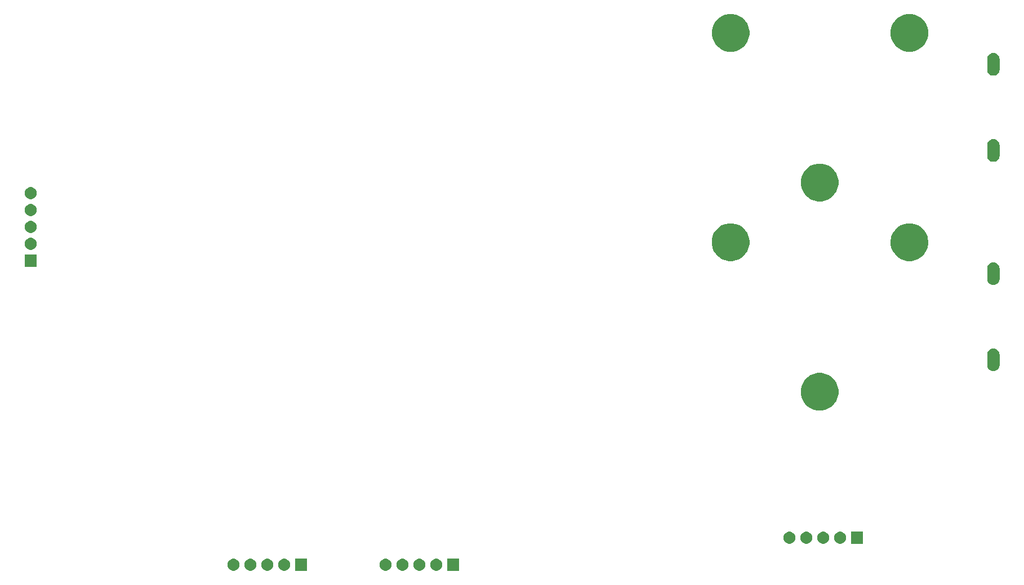
<source format=gbr>
G04 #@! TF.GenerationSoftware,KiCad,Pcbnew,(5.1.5)-3*
G04 #@! TF.CreationDate,2020-08-20T20:48:59-04:00*
G04 #@! TF.ProjectId,carte_v1,63617274-655f-4763-912e-6b696361645f,rev?*
G04 #@! TF.SameCoordinates,Original*
G04 #@! TF.FileFunction,Soldermask,Bot*
G04 #@! TF.FilePolarity,Negative*
%FSLAX46Y46*%
G04 Gerber Fmt 4.6, Leading zero omitted, Abs format (unit mm)*
G04 Created by KiCad (PCBNEW (5.1.5)-3) date 2020-08-20 20:48:59*
%MOMM*%
%LPD*%
G04 APERTURE LIST*
%ADD10C,0.100000*%
G04 APERTURE END LIST*
D10*
G36*
X119896812Y-134769624D02*
G01*
X120060784Y-134837544D01*
X120208354Y-134936147D01*
X120333853Y-135061646D01*
X120432456Y-135209216D01*
X120500376Y-135373188D01*
X120535000Y-135547259D01*
X120535000Y-135724741D01*
X120500376Y-135898812D01*
X120432456Y-136062784D01*
X120333853Y-136210354D01*
X120208354Y-136335853D01*
X120060784Y-136434456D01*
X119896812Y-136502376D01*
X119722741Y-136537000D01*
X119545259Y-136537000D01*
X119371188Y-136502376D01*
X119207216Y-136434456D01*
X119059646Y-136335853D01*
X118934147Y-136210354D01*
X118835544Y-136062784D01*
X118767624Y-135898812D01*
X118733000Y-135724741D01*
X118733000Y-135547259D01*
X118767624Y-135373188D01*
X118835544Y-135209216D01*
X118934147Y-135061646D01*
X119059646Y-134936147D01*
X119207216Y-134837544D01*
X119371188Y-134769624D01*
X119545259Y-134735000D01*
X119722741Y-134735000D01*
X119896812Y-134769624D01*
G37*
G36*
X122436812Y-134769624D02*
G01*
X122600784Y-134837544D01*
X122748354Y-134936147D01*
X122873853Y-135061646D01*
X122972456Y-135209216D01*
X123040376Y-135373188D01*
X123075000Y-135547259D01*
X123075000Y-135724741D01*
X123040376Y-135898812D01*
X122972456Y-136062784D01*
X122873853Y-136210354D01*
X122748354Y-136335853D01*
X122600784Y-136434456D01*
X122436812Y-136502376D01*
X122262741Y-136537000D01*
X122085259Y-136537000D01*
X121911188Y-136502376D01*
X121747216Y-136434456D01*
X121599646Y-136335853D01*
X121474147Y-136210354D01*
X121375544Y-136062784D01*
X121307624Y-135898812D01*
X121273000Y-135724741D01*
X121273000Y-135547259D01*
X121307624Y-135373188D01*
X121375544Y-135209216D01*
X121474147Y-135061646D01*
X121599646Y-134936147D01*
X121747216Y-134837544D01*
X121911188Y-134769624D01*
X122085259Y-134735000D01*
X122262741Y-134735000D01*
X122436812Y-134769624D01*
G37*
G36*
X124976812Y-134769624D02*
G01*
X125140784Y-134837544D01*
X125288354Y-134936147D01*
X125413853Y-135061646D01*
X125512456Y-135209216D01*
X125580376Y-135373188D01*
X125615000Y-135547259D01*
X125615000Y-135724741D01*
X125580376Y-135898812D01*
X125512456Y-136062784D01*
X125413853Y-136210354D01*
X125288354Y-136335853D01*
X125140784Y-136434456D01*
X124976812Y-136502376D01*
X124802741Y-136537000D01*
X124625259Y-136537000D01*
X124451188Y-136502376D01*
X124287216Y-136434456D01*
X124139646Y-136335853D01*
X124014147Y-136210354D01*
X123915544Y-136062784D01*
X123847624Y-135898812D01*
X123813000Y-135724741D01*
X123813000Y-135547259D01*
X123847624Y-135373188D01*
X123915544Y-135209216D01*
X124014147Y-135061646D01*
X124139646Y-134936147D01*
X124287216Y-134837544D01*
X124451188Y-134769624D01*
X124625259Y-134735000D01*
X124802741Y-134735000D01*
X124976812Y-134769624D01*
G37*
G36*
X127516812Y-134769624D02*
G01*
X127680784Y-134837544D01*
X127828354Y-134936147D01*
X127953853Y-135061646D01*
X128052456Y-135209216D01*
X128120376Y-135373188D01*
X128155000Y-135547259D01*
X128155000Y-135724741D01*
X128120376Y-135898812D01*
X128052456Y-136062784D01*
X127953853Y-136210354D01*
X127828354Y-136335853D01*
X127680784Y-136434456D01*
X127516812Y-136502376D01*
X127342741Y-136537000D01*
X127165259Y-136537000D01*
X126991188Y-136502376D01*
X126827216Y-136434456D01*
X126679646Y-136335853D01*
X126554147Y-136210354D01*
X126455544Y-136062784D01*
X126387624Y-135898812D01*
X126353000Y-135724741D01*
X126353000Y-135547259D01*
X126387624Y-135373188D01*
X126455544Y-135209216D01*
X126554147Y-135061646D01*
X126679646Y-134936147D01*
X126827216Y-134837544D01*
X126991188Y-134769624D01*
X127165259Y-134735000D01*
X127342741Y-134735000D01*
X127516812Y-134769624D01*
G37*
G36*
X130695000Y-136537000D02*
G01*
X128893000Y-136537000D01*
X128893000Y-134735000D01*
X130695000Y-134735000D01*
X130695000Y-136537000D01*
G37*
G36*
X153555000Y-136537000D02*
G01*
X151753000Y-136537000D01*
X151753000Y-134735000D01*
X153555000Y-134735000D01*
X153555000Y-136537000D01*
G37*
G36*
X147836812Y-134769624D02*
G01*
X148000784Y-134837544D01*
X148148354Y-134936147D01*
X148273853Y-135061646D01*
X148372456Y-135209216D01*
X148440376Y-135373188D01*
X148475000Y-135547259D01*
X148475000Y-135724741D01*
X148440376Y-135898812D01*
X148372456Y-136062784D01*
X148273853Y-136210354D01*
X148148354Y-136335853D01*
X148000784Y-136434456D01*
X147836812Y-136502376D01*
X147662741Y-136537000D01*
X147485259Y-136537000D01*
X147311188Y-136502376D01*
X147147216Y-136434456D01*
X146999646Y-136335853D01*
X146874147Y-136210354D01*
X146775544Y-136062784D01*
X146707624Y-135898812D01*
X146673000Y-135724741D01*
X146673000Y-135547259D01*
X146707624Y-135373188D01*
X146775544Y-135209216D01*
X146874147Y-135061646D01*
X146999646Y-134936147D01*
X147147216Y-134837544D01*
X147311188Y-134769624D01*
X147485259Y-134735000D01*
X147662741Y-134735000D01*
X147836812Y-134769624D01*
G37*
G36*
X145296812Y-134769624D02*
G01*
X145460784Y-134837544D01*
X145608354Y-134936147D01*
X145733853Y-135061646D01*
X145832456Y-135209216D01*
X145900376Y-135373188D01*
X145935000Y-135547259D01*
X145935000Y-135724741D01*
X145900376Y-135898812D01*
X145832456Y-136062784D01*
X145733853Y-136210354D01*
X145608354Y-136335853D01*
X145460784Y-136434456D01*
X145296812Y-136502376D01*
X145122741Y-136537000D01*
X144945259Y-136537000D01*
X144771188Y-136502376D01*
X144607216Y-136434456D01*
X144459646Y-136335853D01*
X144334147Y-136210354D01*
X144235544Y-136062784D01*
X144167624Y-135898812D01*
X144133000Y-135724741D01*
X144133000Y-135547259D01*
X144167624Y-135373188D01*
X144235544Y-135209216D01*
X144334147Y-135061646D01*
X144459646Y-134936147D01*
X144607216Y-134837544D01*
X144771188Y-134769624D01*
X144945259Y-134735000D01*
X145122741Y-134735000D01*
X145296812Y-134769624D01*
G37*
G36*
X142756812Y-134769624D02*
G01*
X142920784Y-134837544D01*
X143068354Y-134936147D01*
X143193853Y-135061646D01*
X143292456Y-135209216D01*
X143360376Y-135373188D01*
X143395000Y-135547259D01*
X143395000Y-135724741D01*
X143360376Y-135898812D01*
X143292456Y-136062784D01*
X143193853Y-136210354D01*
X143068354Y-136335853D01*
X142920784Y-136434456D01*
X142756812Y-136502376D01*
X142582741Y-136537000D01*
X142405259Y-136537000D01*
X142231188Y-136502376D01*
X142067216Y-136434456D01*
X141919646Y-136335853D01*
X141794147Y-136210354D01*
X141695544Y-136062784D01*
X141627624Y-135898812D01*
X141593000Y-135724741D01*
X141593000Y-135547259D01*
X141627624Y-135373188D01*
X141695544Y-135209216D01*
X141794147Y-135061646D01*
X141919646Y-134936147D01*
X142067216Y-134837544D01*
X142231188Y-134769624D01*
X142405259Y-134735000D01*
X142582741Y-134735000D01*
X142756812Y-134769624D01*
G37*
G36*
X150376812Y-134769624D02*
G01*
X150540784Y-134837544D01*
X150688354Y-134936147D01*
X150813853Y-135061646D01*
X150912456Y-135209216D01*
X150980376Y-135373188D01*
X151015000Y-135547259D01*
X151015000Y-135724741D01*
X150980376Y-135898812D01*
X150912456Y-136062784D01*
X150813853Y-136210354D01*
X150688354Y-136335853D01*
X150540784Y-136434456D01*
X150376812Y-136502376D01*
X150202741Y-136537000D01*
X150025259Y-136537000D01*
X149851188Y-136502376D01*
X149687216Y-136434456D01*
X149539646Y-136335853D01*
X149414147Y-136210354D01*
X149315544Y-136062784D01*
X149247624Y-135898812D01*
X149213000Y-135724741D01*
X149213000Y-135547259D01*
X149247624Y-135373188D01*
X149315544Y-135209216D01*
X149414147Y-135061646D01*
X149539646Y-134936147D01*
X149687216Y-134837544D01*
X149851188Y-134769624D01*
X150025259Y-134735000D01*
X150202741Y-134735000D01*
X150376812Y-134769624D01*
G37*
G36*
X211082812Y-130705624D02*
G01*
X211246784Y-130773544D01*
X211394354Y-130872147D01*
X211519853Y-130997646D01*
X211618456Y-131145216D01*
X211686376Y-131309188D01*
X211721000Y-131483259D01*
X211721000Y-131660741D01*
X211686376Y-131834812D01*
X211618456Y-131998784D01*
X211519853Y-132146354D01*
X211394354Y-132271853D01*
X211246784Y-132370456D01*
X211082812Y-132438376D01*
X210908741Y-132473000D01*
X210731259Y-132473000D01*
X210557188Y-132438376D01*
X210393216Y-132370456D01*
X210245646Y-132271853D01*
X210120147Y-132146354D01*
X210021544Y-131998784D01*
X209953624Y-131834812D01*
X209919000Y-131660741D01*
X209919000Y-131483259D01*
X209953624Y-131309188D01*
X210021544Y-131145216D01*
X210120147Y-130997646D01*
X210245646Y-130872147D01*
X210393216Y-130773544D01*
X210557188Y-130705624D01*
X210731259Y-130671000D01*
X210908741Y-130671000D01*
X211082812Y-130705624D01*
G37*
G36*
X208542812Y-130705624D02*
G01*
X208706784Y-130773544D01*
X208854354Y-130872147D01*
X208979853Y-130997646D01*
X209078456Y-131145216D01*
X209146376Y-131309188D01*
X209181000Y-131483259D01*
X209181000Y-131660741D01*
X209146376Y-131834812D01*
X209078456Y-131998784D01*
X208979853Y-132146354D01*
X208854354Y-132271853D01*
X208706784Y-132370456D01*
X208542812Y-132438376D01*
X208368741Y-132473000D01*
X208191259Y-132473000D01*
X208017188Y-132438376D01*
X207853216Y-132370456D01*
X207705646Y-132271853D01*
X207580147Y-132146354D01*
X207481544Y-131998784D01*
X207413624Y-131834812D01*
X207379000Y-131660741D01*
X207379000Y-131483259D01*
X207413624Y-131309188D01*
X207481544Y-131145216D01*
X207580147Y-130997646D01*
X207705646Y-130872147D01*
X207853216Y-130773544D01*
X208017188Y-130705624D01*
X208191259Y-130671000D01*
X208368741Y-130671000D01*
X208542812Y-130705624D01*
G37*
G36*
X206002812Y-130705624D02*
G01*
X206166784Y-130773544D01*
X206314354Y-130872147D01*
X206439853Y-130997646D01*
X206538456Y-131145216D01*
X206606376Y-131309188D01*
X206641000Y-131483259D01*
X206641000Y-131660741D01*
X206606376Y-131834812D01*
X206538456Y-131998784D01*
X206439853Y-132146354D01*
X206314354Y-132271853D01*
X206166784Y-132370456D01*
X206002812Y-132438376D01*
X205828741Y-132473000D01*
X205651259Y-132473000D01*
X205477188Y-132438376D01*
X205313216Y-132370456D01*
X205165646Y-132271853D01*
X205040147Y-132146354D01*
X204941544Y-131998784D01*
X204873624Y-131834812D01*
X204839000Y-131660741D01*
X204839000Y-131483259D01*
X204873624Y-131309188D01*
X204941544Y-131145216D01*
X205040147Y-130997646D01*
X205165646Y-130872147D01*
X205313216Y-130773544D01*
X205477188Y-130705624D01*
X205651259Y-130671000D01*
X205828741Y-130671000D01*
X206002812Y-130705624D01*
G37*
G36*
X203462812Y-130705624D02*
G01*
X203626784Y-130773544D01*
X203774354Y-130872147D01*
X203899853Y-130997646D01*
X203998456Y-131145216D01*
X204066376Y-131309188D01*
X204101000Y-131483259D01*
X204101000Y-131660741D01*
X204066376Y-131834812D01*
X203998456Y-131998784D01*
X203899853Y-132146354D01*
X203774354Y-132271853D01*
X203626784Y-132370456D01*
X203462812Y-132438376D01*
X203288741Y-132473000D01*
X203111259Y-132473000D01*
X202937188Y-132438376D01*
X202773216Y-132370456D01*
X202625646Y-132271853D01*
X202500147Y-132146354D01*
X202401544Y-131998784D01*
X202333624Y-131834812D01*
X202299000Y-131660741D01*
X202299000Y-131483259D01*
X202333624Y-131309188D01*
X202401544Y-131145216D01*
X202500147Y-130997646D01*
X202625646Y-130872147D01*
X202773216Y-130773544D01*
X202937188Y-130705624D01*
X203111259Y-130671000D01*
X203288741Y-130671000D01*
X203462812Y-130705624D01*
G37*
G36*
X214261000Y-132473000D02*
G01*
X212459000Y-132473000D01*
X212459000Y-130671000D01*
X214261000Y-130671000D01*
X214261000Y-132473000D01*
G37*
G36*
X208571231Y-106894986D02*
G01*
X209087349Y-107108769D01*
X209551845Y-107419135D01*
X209946865Y-107814155D01*
X210257231Y-108278651D01*
X210471014Y-108794769D01*
X210580000Y-109342679D01*
X210580000Y-109901321D01*
X210471014Y-110449231D01*
X210257231Y-110965349D01*
X209946865Y-111429845D01*
X209551845Y-111824865D01*
X209087349Y-112135231D01*
X208571231Y-112349014D01*
X208023322Y-112458000D01*
X207464678Y-112458000D01*
X206916769Y-112349014D01*
X206400651Y-112135231D01*
X205936155Y-111824865D01*
X205541135Y-111429845D01*
X205230769Y-110965349D01*
X205016986Y-110449231D01*
X204908000Y-109901321D01*
X204908000Y-109342679D01*
X205016986Y-108794769D01*
X205230769Y-108278651D01*
X205541135Y-107814155D01*
X205936155Y-107419135D01*
X206400651Y-107108769D01*
X206916769Y-106894986D01*
X207464678Y-106786000D01*
X208023322Y-106786000D01*
X208571231Y-106894986D01*
G37*
G36*
X234035526Y-103124398D02*
G01*
X234210079Y-103177348D01*
X234370946Y-103263332D01*
X234511949Y-103379051D01*
X234627667Y-103520053D01*
X234713652Y-103680922D01*
X234766602Y-103855473D01*
X234780000Y-103991504D01*
X234780000Y-105632496D01*
X234766602Y-105768527D01*
X234713652Y-105943078D01*
X234627667Y-106103947D01*
X234511949Y-106244949D01*
X234370947Y-106360667D01*
X234210078Y-106446652D01*
X234035527Y-106499602D01*
X233854000Y-106517481D01*
X233672474Y-106499602D01*
X233497923Y-106446652D01*
X233337054Y-106360667D01*
X233196052Y-106244949D01*
X233080334Y-106103947D01*
X232994349Y-105943078D01*
X232941399Y-105768528D01*
X232928000Y-105632494D01*
X232928000Y-103991505D01*
X232941398Y-103855474D01*
X232994348Y-103680921D01*
X233080332Y-103520054D01*
X233196051Y-103379051D01*
X233337053Y-103263333D01*
X233497922Y-103177348D01*
X233672473Y-103124398D01*
X233854000Y-103106519D01*
X234035526Y-103124398D01*
G37*
G36*
X234035526Y-90174398D02*
G01*
X234210079Y-90227348D01*
X234370946Y-90313332D01*
X234511949Y-90429051D01*
X234627667Y-90570053D01*
X234713652Y-90730922D01*
X234766602Y-90905473D01*
X234780000Y-91041504D01*
X234780000Y-92682496D01*
X234766602Y-92818527D01*
X234713652Y-92993078D01*
X234627667Y-93153947D01*
X234511949Y-93294949D01*
X234370947Y-93410667D01*
X234210078Y-93496652D01*
X234035527Y-93549602D01*
X233854000Y-93567481D01*
X233672474Y-93549602D01*
X233497923Y-93496652D01*
X233337054Y-93410667D01*
X233196052Y-93294949D01*
X233080334Y-93153947D01*
X232994349Y-92993078D01*
X232941399Y-92818528D01*
X232928000Y-92682494D01*
X232928000Y-91041505D01*
X232941398Y-90905474D01*
X232994348Y-90730921D01*
X233080332Y-90570054D01*
X233196051Y-90429051D01*
X233337053Y-90313333D01*
X233497922Y-90227348D01*
X233672473Y-90174398D01*
X233854000Y-90156519D01*
X234035526Y-90174398D01*
G37*
G36*
X90055000Y-90817000D02*
G01*
X88253000Y-90817000D01*
X88253000Y-89015000D01*
X90055000Y-89015000D01*
X90055000Y-90817000D01*
G37*
G36*
X195191231Y-84394986D02*
G01*
X195707349Y-84608769D01*
X196171845Y-84919135D01*
X196566865Y-85314155D01*
X196877231Y-85778651D01*
X197091014Y-86294769D01*
X197147262Y-86577544D01*
X197200000Y-86842679D01*
X197200000Y-87401321D01*
X197091014Y-87949231D01*
X196877231Y-88465349D01*
X196566865Y-88929845D01*
X196171845Y-89324865D01*
X195707349Y-89635231D01*
X195191231Y-89849014D01*
X194643322Y-89958000D01*
X194084678Y-89958000D01*
X193536769Y-89849014D01*
X193020651Y-89635231D01*
X192556155Y-89324865D01*
X192161135Y-88929845D01*
X191850769Y-88465349D01*
X191636986Y-87949231D01*
X191528000Y-87401321D01*
X191528000Y-86842679D01*
X191580739Y-86577544D01*
X191636986Y-86294769D01*
X191850769Y-85778651D01*
X192161135Y-85314155D01*
X192556155Y-84919135D01*
X193020651Y-84608769D01*
X193536769Y-84394986D01*
X194084678Y-84286000D01*
X194643322Y-84286000D01*
X195191231Y-84394986D01*
G37*
G36*
X222061231Y-84394986D02*
G01*
X222577349Y-84608769D01*
X223041845Y-84919135D01*
X223436865Y-85314155D01*
X223747231Y-85778651D01*
X223961014Y-86294769D01*
X224017262Y-86577544D01*
X224070000Y-86842679D01*
X224070000Y-87401321D01*
X223961014Y-87949231D01*
X223747231Y-88465349D01*
X223436865Y-88929845D01*
X223041845Y-89324865D01*
X222577349Y-89635231D01*
X222061231Y-89849014D01*
X221513322Y-89958000D01*
X220954678Y-89958000D01*
X220406769Y-89849014D01*
X219890651Y-89635231D01*
X219426155Y-89324865D01*
X219031135Y-88929845D01*
X218720769Y-88465349D01*
X218506986Y-87949231D01*
X218398000Y-87401321D01*
X218398000Y-86842679D01*
X218450739Y-86577544D01*
X218506986Y-86294769D01*
X218720769Y-85778651D01*
X219031135Y-85314155D01*
X219426155Y-84919135D01*
X219890651Y-84608769D01*
X220406769Y-84394986D01*
X220954678Y-84286000D01*
X221513322Y-84286000D01*
X222061231Y-84394986D01*
G37*
G36*
X89416812Y-86509624D02*
G01*
X89580784Y-86577544D01*
X89728354Y-86676147D01*
X89853853Y-86801646D01*
X89952456Y-86949216D01*
X90020376Y-87113188D01*
X90055000Y-87287259D01*
X90055000Y-87464741D01*
X90020376Y-87638812D01*
X89952456Y-87802784D01*
X89853853Y-87950354D01*
X89728354Y-88075853D01*
X89580784Y-88174456D01*
X89416812Y-88242376D01*
X89242741Y-88277000D01*
X89065259Y-88277000D01*
X88891188Y-88242376D01*
X88727216Y-88174456D01*
X88579646Y-88075853D01*
X88454147Y-87950354D01*
X88355544Y-87802784D01*
X88287624Y-87638812D01*
X88253000Y-87464741D01*
X88253000Y-87287259D01*
X88287624Y-87113188D01*
X88355544Y-86949216D01*
X88454147Y-86801646D01*
X88579646Y-86676147D01*
X88727216Y-86577544D01*
X88891188Y-86509624D01*
X89065259Y-86475000D01*
X89242741Y-86475000D01*
X89416812Y-86509624D01*
G37*
G36*
X89416812Y-83969624D02*
G01*
X89580784Y-84037544D01*
X89728354Y-84136147D01*
X89853853Y-84261646D01*
X89952456Y-84409216D01*
X90020376Y-84573188D01*
X90055000Y-84747259D01*
X90055000Y-84924741D01*
X90020376Y-85098812D01*
X89952456Y-85262784D01*
X89853853Y-85410354D01*
X89728354Y-85535853D01*
X89580784Y-85634456D01*
X89416812Y-85702376D01*
X89242741Y-85737000D01*
X89065259Y-85737000D01*
X88891188Y-85702376D01*
X88727216Y-85634456D01*
X88579646Y-85535853D01*
X88454147Y-85410354D01*
X88355544Y-85262784D01*
X88287624Y-85098812D01*
X88253000Y-84924741D01*
X88253000Y-84747259D01*
X88287624Y-84573188D01*
X88355544Y-84409216D01*
X88454147Y-84261646D01*
X88579646Y-84136147D01*
X88727216Y-84037544D01*
X88891188Y-83969624D01*
X89065259Y-83935000D01*
X89242741Y-83935000D01*
X89416812Y-83969624D01*
G37*
G36*
X89416812Y-81429624D02*
G01*
X89580784Y-81497544D01*
X89728354Y-81596147D01*
X89853853Y-81721646D01*
X89952456Y-81869216D01*
X90020376Y-82033188D01*
X90055000Y-82207259D01*
X90055000Y-82384741D01*
X90020376Y-82558812D01*
X89952456Y-82722784D01*
X89853853Y-82870354D01*
X89728354Y-82995853D01*
X89580784Y-83094456D01*
X89416812Y-83162376D01*
X89242741Y-83197000D01*
X89065259Y-83197000D01*
X88891188Y-83162376D01*
X88727216Y-83094456D01*
X88579646Y-82995853D01*
X88454147Y-82870354D01*
X88355544Y-82722784D01*
X88287624Y-82558812D01*
X88253000Y-82384741D01*
X88253000Y-82207259D01*
X88287624Y-82033188D01*
X88355544Y-81869216D01*
X88454147Y-81721646D01*
X88579646Y-81596147D01*
X88727216Y-81497544D01*
X88891188Y-81429624D01*
X89065259Y-81395000D01*
X89242741Y-81395000D01*
X89416812Y-81429624D01*
G37*
G36*
X208573232Y-75424987D02*
G01*
X209089350Y-75638770D01*
X209553846Y-75949136D01*
X209948866Y-76344156D01*
X210259232Y-76808652D01*
X210473015Y-77324770D01*
X210582001Y-77872680D01*
X210582001Y-78431322D01*
X210473015Y-78979232D01*
X210259232Y-79495350D01*
X209948866Y-79959846D01*
X209553846Y-80354866D01*
X209089350Y-80665232D01*
X208573232Y-80879015D01*
X208025323Y-80988001D01*
X207466679Y-80988001D01*
X206918770Y-80879015D01*
X206402652Y-80665232D01*
X205938156Y-80354866D01*
X205543136Y-79959846D01*
X205232770Y-79495350D01*
X205018987Y-78979232D01*
X204910001Y-78431322D01*
X204910001Y-77872680D01*
X205018987Y-77324770D01*
X205232770Y-76808652D01*
X205543136Y-76344156D01*
X205938156Y-75949136D01*
X206402652Y-75638770D01*
X206918770Y-75424987D01*
X207466679Y-75316001D01*
X208025323Y-75316001D01*
X208573232Y-75424987D01*
G37*
G36*
X89416812Y-78889624D02*
G01*
X89580784Y-78957544D01*
X89728354Y-79056147D01*
X89853853Y-79181646D01*
X89952456Y-79329216D01*
X90020376Y-79493188D01*
X90055000Y-79667259D01*
X90055000Y-79844741D01*
X90020376Y-80018812D01*
X89952456Y-80182784D01*
X89853853Y-80330354D01*
X89728354Y-80455853D01*
X89580784Y-80554456D01*
X89416812Y-80622376D01*
X89242741Y-80657000D01*
X89065259Y-80657000D01*
X88891188Y-80622376D01*
X88727216Y-80554456D01*
X88579646Y-80455853D01*
X88454147Y-80330354D01*
X88355544Y-80182784D01*
X88287624Y-80018812D01*
X88253000Y-79844741D01*
X88253000Y-79667259D01*
X88287624Y-79493188D01*
X88355544Y-79329216D01*
X88454147Y-79181646D01*
X88579646Y-79056147D01*
X88727216Y-78957544D01*
X88891188Y-78889624D01*
X89065259Y-78855000D01*
X89242741Y-78855000D01*
X89416812Y-78889624D01*
G37*
G36*
X234037527Y-71654399D02*
G01*
X234212080Y-71707349D01*
X234372947Y-71793333D01*
X234513950Y-71909052D01*
X234629668Y-72050054D01*
X234715653Y-72210923D01*
X234768603Y-72385474D01*
X234782001Y-72521505D01*
X234782001Y-74162497D01*
X234768603Y-74298528D01*
X234715653Y-74473079D01*
X234629668Y-74633948D01*
X234513950Y-74774950D01*
X234372948Y-74890668D01*
X234212079Y-74976653D01*
X234037528Y-75029603D01*
X233856001Y-75047482D01*
X233674475Y-75029603D01*
X233499924Y-74976653D01*
X233339055Y-74890668D01*
X233198053Y-74774950D01*
X233082335Y-74633948D01*
X232996350Y-74473079D01*
X232943400Y-74298529D01*
X232930001Y-74162495D01*
X232930001Y-72521506D01*
X232943399Y-72385475D01*
X232996349Y-72210922D01*
X233082333Y-72050055D01*
X233198052Y-71909052D01*
X233339054Y-71793334D01*
X233499923Y-71707349D01*
X233674474Y-71654399D01*
X233856001Y-71636520D01*
X234037527Y-71654399D01*
G37*
G36*
X234037527Y-58704399D02*
G01*
X234212080Y-58757349D01*
X234372947Y-58843333D01*
X234513950Y-58959052D01*
X234629668Y-59100054D01*
X234715653Y-59260923D01*
X234768603Y-59435474D01*
X234782001Y-59571505D01*
X234782001Y-61212497D01*
X234768603Y-61348528D01*
X234715653Y-61523079D01*
X234629668Y-61683948D01*
X234513950Y-61824950D01*
X234372948Y-61940668D01*
X234212079Y-62026653D01*
X234037528Y-62079603D01*
X233856001Y-62097482D01*
X233674475Y-62079603D01*
X233499924Y-62026653D01*
X233339055Y-61940668D01*
X233198053Y-61824950D01*
X233082335Y-61683948D01*
X232996350Y-61523079D01*
X232943400Y-61348529D01*
X232930001Y-61212495D01*
X232930001Y-59571506D01*
X232943399Y-59435475D01*
X232996349Y-59260922D01*
X233082333Y-59100055D01*
X233198052Y-58959052D01*
X233339054Y-58843334D01*
X233499923Y-58757349D01*
X233674474Y-58704399D01*
X233856001Y-58686520D01*
X234037527Y-58704399D01*
G37*
G36*
X195193232Y-52924987D02*
G01*
X195709350Y-53138770D01*
X196173846Y-53449136D01*
X196568866Y-53844156D01*
X196879232Y-54308652D01*
X197093015Y-54824770D01*
X197202001Y-55372680D01*
X197202001Y-55931322D01*
X197093015Y-56479232D01*
X196879232Y-56995350D01*
X196568866Y-57459846D01*
X196173846Y-57854866D01*
X195709350Y-58165232D01*
X195193232Y-58379015D01*
X194645323Y-58488001D01*
X194086679Y-58488001D01*
X193538770Y-58379015D01*
X193022652Y-58165232D01*
X192558156Y-57854866D01*
X192163136Y-57459846D01*
X191852770Y-56995350D01*
X191638987Y-56479232D01*
X191530001Y-55931322D01*
X191530001Y-55372680D01*
X191638987Y-54824770D01*
X191852770Y-54308652D01*
X192163136Y-53844156D01*
X192558156Y-53449136D01*
X193022652Y-53138770D01*
X193538770Y-52924987D01*
X194086679Y-52816001D01*
X194645323Y-52816001D01*
X195193232Y-52924987D01*
G37*
G36*
X222063232Y-52924987D02*
G01*
X222579350Y-53138770D01*
X223043846Y-53449136D01*
X223438866Y-53844156D01*
X223749232Y-54308652D01*
X223963015Y-54824770D01*
X224072001Y-55372680D01*
X224072001Y-55931322D01*
X223963015Y-56479232D01*
X223749232Y-56995350D01*
X223438866Y-57459846D01*
X223043846Y-57854866D01*
X222579350Y-58165232D01*
X222063232Y-58379015D01*
X221515323Y-58488001D01*
X220956679Y-58488001D01*
X220408770Y-58379015D01*
X219892652Y-58165232D01*
X219428156Y-57854866D01*
X219033136Y-57459846D01*
X218722770Y-56995350D01*
X218508987Y-56479232D01*
X218400001Y-55931322D01*
X218400001Y-55372680D01*
X218508987Y-54824770D01*
X218722770Y-54308652D01*
X219033136Y-53844156D01*
X219428156Y-53449136D01*
X219892652Y-53138770D01*
X220408770Y-52924987D01*
X220956679Y-52816001D01*
X221515323Y-52816001D01*
X222063232Y-52924987D01*
G37*
M02*

</source>
